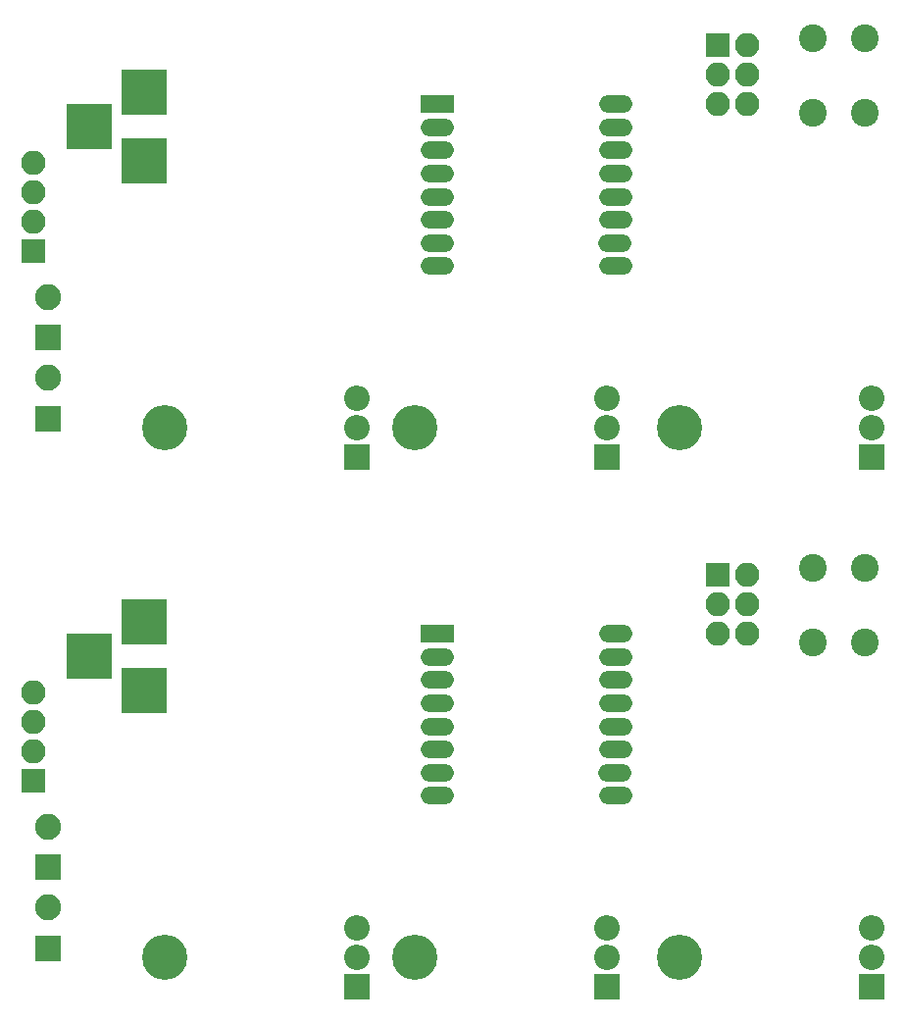
<source format=gbs>
G04 #@! TF.FileFunction,Soldermask,Bot*
%FSLAX46Y46*%
G04 Gerber Fmt 4.6, Leading zero omitted, Abs format (unit mm)*
G04 Created by KiCad (PCBNEW 4.0.6+dfsg1-1) date Mon Apr 23 23:44:20 2018*
%MOMM*%
%LPD*%
G01*
G04 APERTURE LIST*
%ADD10C,0.100000*%
%ADD11R,2.249120X2.249120*%
%ADD12C,2.249120*%
%ADD13C,2.400000*%
%ADD14O,3.900000X3.900000*%
%ADD15R,2.200000X2.200000*%
%ADD16O,2.200000X2.200000*%
%ADD17R,2.100000X2.100000*%
%ADD18O,2.100000X2.100000*%
%ADD19R,3.900120X3.900120*%
%ADD20R,2.900000X1.500000*%
%ADD21O,2.900000X1.500000*%
G04 APERTURE END LIST*
D10*
D11*
X115570000Y-149067520D03*
D12*
X115570000Y-145572480D03*
D11*
X115570000Y-142082520D03*
D12*
X115570000Y-138587480D03*
D13*
X181555000Y-116205000D03*
X186055000Y-116205000D03*
X181555000Y-122705000D03*
X186055000Y-122705000D03*
D14*
X147170000Y-149860000D03*
D15*
X163830000Y-152400000D03*
D16*
X163830000Y-149860000D03*
X163830000Y-147320000D03*
D14*
X125580000Y-149860000D03*
D15*
X142240000Y-152400000D03*
D16*
X142240000Y-149860000D03*
X142240000Y-147320000D03*
D17*
X114300000Y-134620000D03*
D18*
X114300000Y-132080000D03*
X114300000Y-129540000D03*
X114300000Y-127000000D03*
D17*
X173355000Y-116840000D03*
D18*
X175895000Y-116840000D03*
X173355000Y-119380000D03*
X175895000Y-119380000D03*
X173355000Y-121920000D03*
X175895000Y-121920000D03*
D19*
X123825000Y-126850140D03*
X123825000Y-120850660D03*
X119126000Y-123850400D03*
D14*
X170030000Y-149860000D03*
D15*
X186690000Y-152400000D03*
D16*
X186690000Y-149860000D03*
X186690000Y-147320000D03*
D20*
X149160000Y-121920000D03*
D21*
X149160000Y-123920000D03*
X149160000Y-125920000D03*
X149160000Y-127920000D03*
X149160000Y-129920000D03*
X149160000Y-131920000D03*
X149160000Y-133920000D03*
X149160000Y-135920000D03*
X164560000Y-135920000D03*
X164460000Y-133920000D03*
X164560000Y-131920000D03*
X164560000Y-129920000D03*
X164560000Y-127920000D03*
X164560000Y-125920000D03*
X164560000Y-123920000D03*
X164560000Y-121920000D03*
D20*
X149160000Y-76200000D03*
D21*
X149160000Y-78200000D03*
X149160000Y-80200000D03*
X149160000Y-82200000D03*
X149160000Y-84200000D03*
X149160000Y-86200000D03*
X149160000Y-88200000D03*
X149160000Y-90200000D03*
X164560000Y-90200000D03*
X164460000Y-88200000D03*
X164560000Y-86200000D03*
X164560000Y-84200000D03*
X164560000Y-82200000D03*
X164560000Y-80200000D03*
X164560000Y-78200000D03*
X164560000Y-76200000D03*
D14*
X170030000Y-104140000D03*
D15*
X186690000Y-106680000D03*
D16*
X186690000Y-104140000D03*
X186690000Y-101600000D03*
D19*
X123825000Y-81130140D03*
X123825000Y-75130660D03*
X119126000Y-78130400D03*
D17*
X173355000Y-71120000D03*
D18*
X175895000Y-71120000D03*
X173355000Y-73660000D03*
X175895000Y-73660000D03*
X173355000Y-76200000D03*
X175895000Y-76200000D03*
D17*
X114300000Y-88900000D03*
D18*
X114300000Y-86360000D03*
X114300000Y-83820000D03*
X114300000Y-81280000D03*
D14*
X125580000Y-104140000D03*
D15*
X142240000Y-106680000D03*
D16*
X142240000Y-104140000D03*
X142240000Y-101600000D03*
D14*
X147170000Y-104140000D03*
D15*
X163830000Y-106680000D03*
D16*
X163830000Y-104140000D03*
X163830000Y-101600000D03*
D13*
X181555000Y-70485000D03*
X186055000Y-70485000D03*
X181555000Y-76985000D03*
X186055000Y-76985000D03*
D11*
X115570000Y-96362520D03*
D12*
X115570000Y-92867480D03*
D11*
X115570000Y-103347520D03*
D12*
X115570000Y-99852480D03*
M02*

</source>
